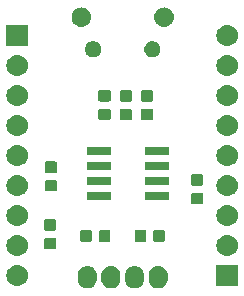
<source format=gbs>
G04 #@! TF.GenerationSoftware,KiCad,Pcbnew,(5.1.2)-1*
G04 #@! TF.CreationDate,2022-09-21T22:05:37+09:00*
G04 #@! TF.ProjectId,converter,636f6e76-6572-4746-9572-2e6b69636164,v2.0*
G04 #@! TF.SameCoordinates,Original*
G04 #@! TF.FileFunction,Soldermask,Bot*
G04 #@! TF.FilePolarity,Negative*
%FSLAX46Y46*%
G04 Gerber Fmt 4.6, Leading zero omitted, Abs format (unit mm)*
G04 Created by KiCad (PCBNEW (5.1.2)-1) date 2022-09-21 22:05:37*
%MOMM*%
%LPD*%
G04 APERTURE LIST*
%ADD10C,0.100000*%
G04 APERTURE END LIST*
D10*
G36*
X105159376Y-149060764D02*
G01*
X105312525Y-149107221D01*
X105312630Y-149107253D01*
X105453863Y-149182744D01*
X105577659Y-149284341D01*
X105679256Y-149408137D01*
X105754747Y-149549370D01*
X105754748Y-149549373D01*
X105801236Y-149702625D01*
X105813000Y-149822068D01*
X105813000Y-150177933D01*
X105801236Y-150297376D01*
X105781332Y-150362991D01*
X105754747Y-150450630D01*
X105679256Y-150591863D01*
X105577659Y-150715659D01*
X105453863Y-150817256D01*
X105312629Y-150892747D01*
X105312626Y-150892748D01*
X105159375Y-150939236D01*
X105000000Y-150954933D01*
X104840624Y-150939236D01*
X104687373Y-150892748D01*
X104687370Y-150892747D01*
X104546137Y-150817256D01*
X104422341Y-150715659D01*
X104320744Y-150591863D01*
X104245253Y-150450629D01*
X104245252Y-150450626D01*
X104198764Y-150297375D01*
X104190921Y-150217746D01*
X104187000Y-150177933D01*
X104187000Y-149822066D01*
X104198764Y-149702626D01*
X104198764Y-149702624D01*
X104245252Y-149549373D01*
X104245253Y-149549370D01*
X104320744Y-149408137D01*
X104422341Y-149284341D01*
X104546137Y-149182744D01*
X104687371Y-149107253D01*
X104687476Y-149107221D01*
X104840625Y-149060764D01*
X105000000Y-149045067D01*
X105159376Y-149060764D01*
X105159376Y-149060764D01*
G37*
G36*
X107159376Y-149060764D02*
G01*
X107312525Y-149107221D01*
X107312630Y-149107253D01*
X107453863Y-149182744D01*
X107577659Y-149284341D01*
X107679256Y-149408137D01*
X107754747Y-149549370D01*
X107754748Y-149549373D01*
X107801236Y-149702625D01*
X107813000Y-149822068D01*
X107813000Y-150177933D01*
X107801236Y-150297376D01*
X107781332Y-150362991D01*
X107754747Y-150450630D01*
X107679256Y-150591863D01*
X107577659Y-150715659D01*
X107453863Y-150817256D01*
X107312629Y-150892747D01*
X107312626Y-150892748D01*
X107159375Y-150939236D01*
X107000000Y-150954933D01*
X106840624Y-150939236D01*
X106687373Y-150892748D01*
X106687370Y-150892747D01*
X106546137Y-150817256D01*
X106422341Y-150715659D01*
X106320744Y-150591863D01*
X106245253Y-150450629D01*
X106245252Y-150450626D01*
X106198764Y-150297375D01*
X106190921Y-150217746D01*
X106187000Y-150177933D01*
X106187000Y-149822066D01*
X106198764Y-149702626D01*
X106198764Y-149702624D01*
X106245252Y-149549373D01*
X106245253Y-149549370D01*
X106320744Y-149408137D01*
X106422341Y-149284341D01*
X106546137Y-149182744D01*
X106687371Y-149107253D01*
X106687476Y-149107221D01*
X106840625Y-149060764D01*
X107000000Y-149045067D01*
X107159376Y-149060764D01*
X107159376Y-149060764D01*
G37*
G36*
X109159376Y-149060764D02*
G01*
X109312525Y-149107221D01*
X109312630Y-149107253D01*
X109453863Y-149182744D01*
X109577659Y-149284341D01*
X109679256Y-149408137D01*
X109754747Y-149549370D01*
X109754748Y-149549373D01*
X109801236Y-149702625D01*
X109813000Y-149822068D01*
X109813000Y-150177933D01*
X109801236Y-150297376D01*
X109781332Y-150362991D01*
X109754747Y-150450630D01*
X109679256Y-150591863D01*
X109577659Y-150715659D01*
X109453863Y-150817256D01*
X109312629Y-150892747D01*
X109312626Y-150892748D01*
X109159375Y-150939236D01*
X109000000Y-150954933D01*
X108840624Y-150939236D01*
X108687373Y-150892748D01*
X108687370Y-150892747D01*
X108546137Y-150817256D01*
X108422341Y-150715659D01*
X108320744Y-150591863D01*
X108245253Y-150450629D01*
X108245252Y-150450626D01*
X108198764Y-150297375D01*
X108190921Y-150217746D01*
X108187000Y-150177933D01*
X108187000Y-149822066D01*
X108198764Y-149702626D01*
X108198764Y-149702624D01*
X108245252Y-149549373D01*
X108245253Y-149549370D01*
X108320744Y-149408137D01*
X108422341Y-149284341D01*
X108546137Y-149182744D01*
X108687371Y-149107253D01*
X108687476Y-149107221D01*
X108840625Y-149060764D01*
X109000000Y-149045067D01*
X109159376Y-149060764D01*
X109159376Y-149060764D01*
G37*
G36*
X111159376Y-149060764D02*
G01*
X111312525Y-149107221D01*
X111312630Y-149107253D01*
X111453863Y-149182744D01*
X111577659Y-149284341D01*
X111679256Y-149408137D01*
X111754747Y-149549370D01*
X111754748Y-149549373D01*
X111801236Y-149702625D01*
X111813000Y-149822068D01*
X111813000Y-150177933D01*
X111801236Y-150297376D01*
X111781332Y-150362991D01*
X111754747Y-150450630D01*
X111679256Y-150591863D01*
X111577659Y-150715659D01*
X111453863Y-150817256D01*
X111312629Y-150892747D01*
X111312626Y-150892748D01*
X111159375Y-150939236D01*
X111000000Y-150954933D01*
X110840624Y-150939236D01*
X110687373Y-150892748D01*
X110687370Y-150892747D01*
X110546137Y-150817256D01*
X110422341Y-150715659D01*
X110320744Y-150591863D01*
X110245253Y-150450629D01*
X110245252Y-150450626D01*
X110198764Y-150297375D01*
X110190921Y-150217746D01*
X110187000Y-150177933D01*
X110187000Y-149822066D01*
X110198764Y-149702626D01*
X110198764Y-149702624D01*
X110245252Y-149549373D01*
X110245253Y-149549370D01*
X110320744Y-149408137D01*
X110422341Y-149284341D01*
X110546137Y-149182744D01*
X110687371Y-149107253D01*
X110687476Y-149107221D01*
X110840625Y-149060764D01*
X111000000Y-149045067D01*
X111159376Y-149060764D01*
X111159376Y-149060764D01*
G37*
G36*
X117741000Y-150761000D02*
G01*
X115939000Y-150761000D01*
X115939000Y-148959000D01*
X117741000Y-148959000D01*
X117741000Y-150761000D01*
X117741000Y-150761000D01*
G37*
G36*
X99170443Y-148965519D02*
G01*
X99236627Y-148972037D01*
X99406466Y-149023557D01*
X99562991Y-149107222D01*
X99598729Y-149136552D01*
X99700186Y-149219814D01*
X99783448Y-149321271D01*
X99812778Y-149357009D01*
X99896443Y-149513534D01*
X99947963Y-149683373D01*
X99965359Y-149860000D01*
X99947963Y-150036627D01*
X99896443Y-150206466D01*
X99812778Y-150362991D01*
X99783448Y-150398729D01*
X99700186Y-150500186D01*
X99598729Y-150583448D01*
X99562991Y-150612778D01*
X99406466Y-150696443D01*
X99236627Y-150747963D01*
X99170443Y-150754481D01*
X99104260Y-150761000D01*
X99015740Y-150761000D01*
X98949557Y-150754481D01*
X98883373Y-150747963D01*
X98713534Y-150696443D01*
X98557009Y-150612778D01*
X98521271Y-150583448D01*
X98419814Y-150500186D01*
X98336552Y-150398729D01*
X98307222Y-150362991D01*
X98223557Y-150206466D01*
X98172037Y-150036627D01*
X98154641Y-149860000D01*
X98172037Y-149683373D01*
X98223557Y-149513534D01*
X98307222Y-149357009D01*
X98336552Y-149321271D01*
X98419814Y-149219814D01*
X98521271Y-149136552D01*
X98557009Y-149107222D01*
X98713534Y-149023557D01*
X98883373Y-148972037D01*
X98949557Y-148965519D01*
X99015740Y-148959000D01*
X99104260Y-148959000D01*
X99170443Y-148965519D01*
X99170443Y-148965519D01*
G37*
G36*
X99170442Y-146425518D02*
G01*
X99236627Y-146432037D01*
X99406466Y-146483557D01*
X99562991Y-146567222D01*
X99598729Y-146596552D01*
X99700186Y-146679814D01*
X99751310Y-146742110D01*
X99812778Y-146817009D01*
X99812779Y-146817011D01*
X99894801Y-146970461D01*
X99896443Y-146973534D01*
X99947963Y-147143373D01*
X99965359Y-147320000D01*
X99947963Y-147496627D01*
X99896443Y-147666466D01*
X99812778Y-147822991D01*
X99783448Y-147858729D01*
X99700186Y-147960186D01*
X99598729Y-148043448D01*
X99562991Y-148072778D01*
X99406466Y-148156443D01*
X99236627Y-148207963D01*
X99170442Y-148214482D01*
X99104260Y-148221000D01*
X99015740Y-148221000D01*
X98949558Y-148214482D01*
X98883373Y-148207963D01*
X98713534Y-148156443D01*
X98557009Y-148072778D01*
X98521271Y-148043448D01*
X98419814Y-147960186D01*
X98336552Y-147858729D01*
X98307222Y-147822991D01*
X98223557Y-147666466D01*
X98172037Y-147496627D01*
X98154641Y-147320000D01*
X98172037Y-147143373D01*
X98223557Y-146973534D01*
X98225200Y-146970461D01*
X98307221Y-146817011D01*
X98307222Y-146817009D01*
X98368690Y-146742110D01*
X98419814Y-146679814D01*
X98521271Y-146596552D01*
X98557009Y-146567222D01*
X98713534Y-146483557D01*
X98883373Y-146432037D01*
X98949558Y-146425518D01*
X99015740Y-146419000D01*
X99104260Y-146419000D01*
X99170442Y-146425518D01*
X99170442Y-146425518D01*
G37*
G36*
X116950442Y-146425518D02*
G01*
X117016627Y-146432037D01*
X117186466Y-146483557D01*
X117342991Y-146567222D01*
X117378729Y-146596552D01*
X117480186Y-146679814D01*
X117531310Y-146742110D01*
X117592778Y-146817009D01*
X117592779Y-146817011D01*
X117674801Y-146970461D01*
X117676443Y-146973534D01*
X117727963Y-147143373D01*
X117745359Y-147320000D01*
X117727963Y-147496627D01*
X117676443Y-147666466D01*
X117592778Y-147822991D01*
X117563448Y-147858729D01*
X117480186Y-147960186D01*
X117378729Y-148043448D01*
X117342991Y-148072778D01*
X117186466Y-148156443D01*
X117016627Y-148207963D01*
X116950442Y-148214482D01*
X116884260Y-148221000D01*
X116795740Y-148221000D01*
X116729558Y-148214482D01*
X116663373Y-148207963D01*
X116493534Y-148156443D01*
X116337009Y-148072778D01*
X116301271Y-148043448D01*
X116199814Y-147960186D01*
X116116552Y-147858729D01*
X116087222Y-147822991D01*
X116003557Y-147666466D01*
X115952037Y-147496627D01*
X115934641Y-147320000D01*
X115952037Y-147143373D01*
X116003557Y-146973534D01*
X116005200Y-146970461D01*
X116087221Y-146817011D01*
X116087222Y-146817009D01*
X116148690Y-146742110D01*
X116199814Y-146679814D01*
X116301271Y-146596552D01*
X116337009Y-146567222D01*
X116493534Y-146483557D01*
X116663373Y-146432037D01*
X116729558Y-146425518D01*
X116795740Y-146419000D01*
X116884260Y-146419000D01*
X116950442Y-146425518D01*
X116950442Y-146425518D01*
G37*
G36*
X102239591Y-146665085D02*
G01*
X102273569Y-146675393D01*
X102304890Y-146692134D01*
X102332339Y-146714661D01*
X102354866Y-146742110D01*
X102371607Y-146773431D01*
X102381915Y-146807409D01*
X102386000Y-146848890D01*
X102386000Y-147450110D01*
X102381915Y-147491591D01*
X102371607Y-147525569D01*
X102354866Y-147556890D01*
X102332339Y-147584339D01*
X102304890Y-147606866D01*
X102273569Y-147623607D01*
X102239591Y-147633915D01*
X102198110Y-147638000D01*
X101521890Y-147638000D01*
X101480409Y-147633915D01*
X101446431Y-147623607D01*
X101415110Y-147606866D01*
X101387661Y-147584339D01*
X101365134Y-147556890D01*
X101348393Y-147525569D01*
X101338085Y-147491591D01*
X101334000Y-147450110D01*
X101334000Y-146848890D01*
X101338085Y-146807409D01*
X101348393Y-146773431D01*
X101365134Y-146742110D01*
X101387661Y-146714661D01*
X101415110Y-146692134D01*
X101446431Y-146675393D01*
X101480409Y-146665085D01*
X101521890Y-146661000D01*
X102198110Y-146661000D01*
X102239591Y-146665085D01*
X102239591Y-146665085D01*
G37*
G36*
X105242591Y-145994085D02*
G01*
X105276569Y-146004393D01*
X105307890Y-146021134D01*
X105335339Y-146043661D01*
X105357866Y-146071110D01*
X105374607Y-146102431D01*
X105384915Y-146136409D01*
X105389000Y-146177890D01*
X105389000Y-146854110D01*
X105384915Y-146895591D01*
X105374607Y-146929569D01*
X105357866Y-146960890D01*
X105335339Y-146988339D01*
X105307890Y-147010866D01*
X105276569Y-147027607D01*
X105242591Y-147037915D01*
X105201110Y-147042000D01*
X104599890Y-147042000D01*
X104558409Y-147037915D01*
X104524431Y-147027607D01*
X104493110Y-147010866D01*
X104465661Y-146988339D01*
X104443134Y-146960890D01*
X104426393Y-146929569D01*
X104416085Y-146895591D01*
X104412000Y-146854110D01*
X104412000Y-146177890D01*
X104416085Y-146136409D01*
X104426393Y-146102431D01*
X104443134Y-146071110D01*
X104465661Y-146043661D01*
X104493110Y-146021134D01*
X104524431Y-146004393D01*
X104558409Y-145994085D01*
X104599890Y-145990000D01*
X105201110Y-145990000D01*
X105242591Y-145994085D01*
X105242591Y-145994085D01*
G37*
G36*
X106817591Y-145994085D02*
G01*
X106851569Y-146004393D01*
X106882890Y-146021134D01*
X106910339Y-146043661D01*
X106932866Y-146071110D01*
X106949607Y-146102431D01*
X106959915Y-146136409D01*
X106964000Y-146177890D01*
X106964000Y-146854110D01*
X106959915Y-146895591D01*
X106949607Y-146929569D01*
X106932866Y-146960890D01*
X106910339Y-146988339D01*
X106882890Y-147010866D01*
X106851569Y-147027607D01*
X106817591Y-147037915D01*
X106776110Y-147042000D01*
X106174890Y-147042000D01*
X106133409Y-147037915D01*
X106099431Y-147027607D01*
X106068110Y-147010866D01*
X106040661Y-146988339D01*
X106018134Y-146960890D01*
X106001393Y-146929569D01*
X105991085Y-146895591D01*
X105987000Y-146854110D01*
X105987000Y-146177890D01*
X105991085Y-146136409D01*
X106001393Y-146102431D01*
X106018134Y-146071110D01*
X106040661Y-146043661D01*
X106068110Y-146021134D01*
X106099431Y-146004393D01*
X106133409Y-145994085D01*
X106174890Y-145990000D01*
X106776110Y-145990000D01*
X106817591Y-145994085D01*
X106817591Y-145994085D01*
G37*
G36*
X109842591Y-145994085D02*
G01*
X109876569Y-146004393D01*
X109907890Y-146021134D01*
X109935339Y-146043661D01*
X109957866Y-146071110D01*
X109974607Y-146102431D01*
X109984915Y-146136409D01*
X109989000Y-146177890D01*
X109989000Y-146854110D01*
X109984915Y-146895591D01*
X109974607Y-146929569D01*
X109957866Y-146960890D01*
X109935339Y-146988339D01*
X109907890Y-147010866D01*
X109876569Y-147027607D01*
X109842591Y-147037915D01*
X109801110Y-147042000D01*
X109199890Y-147042000D01*
X109158409Y-147037915D01*
X109124431Y-147027607D01*
X109093110Y-147010866D01*
X109065661Y-146988339D01*
X109043134Y-146960890D01*
X109026393Y-146929569D01*
X109016085Y-146895591D01*
X109012000Y-146854110D01*
X109012000Y-146177890D01*
X109016085Y-146136409D01*
X109026393Y-146102431D01*
X109043134Y-146071110D01*
X109065661Y-146043661D01*
X109093110Y-146021134D01*
X109124431Y-146004393D01*
X109158409Y-145994085D01*
X109199890Y-145990000D01*
X109801110Y-145990000D01*
X109842591Y-145994085D01*
X109842591Y-145994085D01*
G37*
G36*
X111417591Y-145994085D02*
G01*
X111451569Y-146004393D01*
X111482890Y-146021134D01*
X111510339Y-146043661D01*
X111532866Y-146071110D01*
X111549607Y-146102431D01*
X111559915Y-146136409D01*
X111564000Y-146177890D01*
X111564000Y-146854110D01*
X111559915Y-146895591D01*
X111549607Y-146929569D01*
X111532866Y-146960890D01*
X111510339Y-146988339D01*
X111482890Y-147010866D01*
X111451569Y-147027607D01*
X111417591Y-147037915D01*
X111376110Y-147042000D01*
X110774890Y-147042000D01*
X110733409Y-147037915D01*
X110699431Y-147027607D01*
X110668110Y-147010866D01*
X110640661Y-146988339D01*
X110618134Y-146960890D01*
X110601393Y-146929569D01*
X110591085Y-146895591D01*
X110587000Y-146854110D01*
X110587000Y-146177890D01*
X110591085Y-146136409D01*
X110601393Y-146102431D01*
X110618134Y-146071110D01*
X110640661Y-146043661D01*
X110668110Y-146021134D01*
X110699431Y-146004393D01*
X110733409Y-145994085D01*
X110774890Y-145990000D01*
X111376110Y-145990000D01*
X111417591Y-145994085D01*
X111417591Y-145994085D01*
G37*
G36*
X102239591Y-145090085D02*
G01*
X102273569Y-145100393D01*
X102304890Y-145117134D01*
X102332339Y-145139661D01*
X102354866Y-145167110D01*
X102371607Y-145198431D01*
X102381915Y-145232409D01*
X102386000Y-145273890D01*
X102386000Y-145875110D01*
X102381915Y-145916591D01*
X102371607Y-145950569D01*
X102354866Y-145981890D01*
X102332339Y-146009339D01*
X102304890Y-146031866D01*
X102273569Y-146048607D01*
X102239591Y-146058915D01*
X102198110Y-146063000D01*
X101521890Y-146063000D01*
X101480409Y-146058915D01*
X101446431Y-146048607D01*
X101415110Y-146031866D01*
X101387661Y-146009339D01*
X101365134Y-145981890D01*
X101348393Y-145950569D01*
X101338085Y-145916591D01*
X101334000Y-145875110D01*
X101334000Y-145273890D01*
X101338085Y-145232409D01*
X101348393Y-145198431D01*
X101365134Y-145167110D01*
X101387661Y-145139661D01*
X101415110Y-145117134D01*
X101446431Y-145100393D01*
X101480409Y-145090085D01*
X101521890Y-145086000D01*
X102198110Y-145086000D01*
X102239591Y-145090085D01*
X102239591Y-145090085D01*
G37*
G36*
X116950443Y-143885519D02*
G01*
X117016627Y-143892037D01*
X117186466Y-143943557D01*
X117342991Y-144027222D01*
X117378729Y-144056552D01*
X117480186Y-144139814D01*
X117563448Y-144241271D01*
X117592778Y-144277009D01*
X117676443Y-144433534D01*
X117727963Y-144603373D01*
X117745359Y-144780000D01*
X117727963Y-144956627D01*
X117676443Y-145126466D01*
X117592778Y-145282991D01*
X117563448Y-145318729D01*
X117480186Y-145420186D01*
X117378729Y-145503448D01*
X117342991Y-145532778D01*
X117186466Y-145616443D01*
X117016627Y-145667963D01*
X116950443Y-145674481D01*
X116884260Y-145681000D01*
X116795740Y-145681000D01*
X116729557Y-145674481D01*
X116663373Y-145667963D01*
X116493534Y-145616443D01*
X116337009Y-145532778D01*
X116301271Y-145503448D01*
X116199814Y-145420186D01*
X116116552Y-145318729D01*
X116087222Y-145282991D01*
X116003557Y-145126466D01*
X115952037Y-144956627D01*
X115934641Y-144780000D01*
X115952037Y-144603373D01*
X116003557Y-144433534D01*
X116087222Y-144277009D01*
X116116552Y-144241271D01*
X116199814Y-144139814D01*
X116301271Y-144056552D01*
X116337009Y-144027222D01*
X116493534Y-143943557D01*
X116663373Y-143892037D01*
X116729557Y-143885519D01*
X116795740Y-143879000D01*
X116884260Y-143879000D01*
X116950443Y-143885519D01*
X116950443Y-143885519D01*
G37*
G36*
X99170443Y-143885519D02*
G01*
X99236627Y-143892037D01*
X99406466Y-143943557D01*
X99562991Y-144027222D01*
X99598729Y-144056552D01*
X99700186Y-144139814D01*
X99783448Y-144241271D01*
X99812778Y-144277009D01*
X99896443Y-144433534D01*
X99947963Y-144603373D01*
X99965359Y-144780000D01*
X99947963Y-144956627D01*
X99896443Y-145126466D01*
X99812778Y-145282991D01*
X99783448Y-145318729D01*
X99700186Y-145420186D01*
X99598729Y-145503448D01*
X99562991Y-145532778D01*
X99406466Y-145616443D01*
X99236627Y-145667963D01*
X99170443Y-145674481D01*
X99104260Y-145681000D01*
X99015740Y-145681000D01*
X98949557Y-145674481D01*
X98883373Y-145667963D01*
X98713534Y-145616443D01*
X98557009Y-145532778D01*
X98521271Y-145503448D01*
X98419814Y-145420186D01*
X98336552Y-145318729D01*
X98307222Y-145282991D01*
X98223557Y-145126466D01*
X98172037Y-144956627D01*
X98154641Y-144780000D01*
X98172037Y-144603373D01*
X98223557Y-144433534D01*
X98307222Y-144277009D01*
X98336552Y-144241271D01*
X98419814Y-144139814D01*
X98521271Y-144056552D01*
X98557009Y-144027222D01*
X98713534Y-143943557D01*
X98883373Y-143892037D01*
X98949557Y-143885519D01*
X99015740Y-143879000D01*
X99104260Y-143879000D01*
X99170443Y-143885519D01*
X99170443Y-143885519D01*
G37*
G36*
X114679591Y-142873085D02*
G01*
X114713569Y-142883393D01*
X114744890Y-142900134D01*
X114772339Y-142922661D01*
X114794866Y-142950110D01*
X114811607Y-142981431D01*
X114821915Y-143015409D01*
X114826000Y-143056890D01*
X114826000Y-143658110D01*
X114821915Y-143699591D01*
X114811607Y-143733569D01*
X114794866Y-143764890D01*
X114772339Y-143792339D01*
X114744890Y-143814866D01*
X114713569Y-143831607D01*
X114679591Y-143841915D01*
X114638110Y-143846000D01*
X113961890Y-143846000D01*
X113920409Y-143841915D01*
X113886431Y-143831607D01*
X113855110Y-143814866D01*
X113827661Y-143792339D01*
X113805134Y-143764890D01*
X113788393Y-143733569D01*
X113778085Y-143699591D01*
X113774000Y-143658110D01*
X113774000Y-143056890D01*
X113778085Y-143015409D01*
X113788393Y-142981431D01*
X113805134Y-142950110D01*
X113827661Y-142922661D01*
X113855110Y-142900134D01*
X113886431Y-142883393D01*
X113920409Y-142873085D01*
X113961890Y-142869000D01*
X114638110Y-142869000D01*
X114679591Y-142873085D01*
X114679591Y-142873085D01*
G37*
G36*
X106917928Y-142780764D02*
G01*
X106939009Y-142787160D01*
X106958445Y-142797548D01*
X106975476Y-142811524D01*
X106989452Y-142828555D01*
X106999840Y-142847991D01*
X107006236Y-142869072D01*
X107009000Y-142897140D01*
X107009000Y-143360860D01*
X107006236Y-143388928D01*
X106999840Y-143410009D01*
X106989452Y-143429445D01*
X106975476Y-143446476D01*
X106958445Y-143460452D01*
X106939009Y-143470840D01*
X106917928Y-143477236D01*
X106889860Y-143480000D01*
X105076140Y-143480000D01*
X105048072Y-143477236D01*
X105026991Y-143470840D01*
X105007555Y-143460452D01*
X104990524Y-143446476D01*
X104976548Y-143429445D01*
X104966160Y-143410009D01*
X104959764Y-143388928D01*
X104957000Y-143360860D01*
X104957000Y-142897140D01*
X104959764Y-142869072D01*
X104966160Y-142847991D01*
X104976548Y-142828555D01*
X104990524Y-142811524D01*
X105007555Y-142797548D01*
X105026991Y-142787160D01*
X105048072Y-142780764D01*
X105076140Y-142778000D01*
X106889860Y-142778000D01*
X106917928Y-142780764D01*
X106917928Y-142780764D01*
G37*
G36*
X111867928Y-142780764D02*
G01*
X111889009Y-142787160D01*
X111908445Y-142797548D01*
X111925476Y-142811524D01*
X111939452Y-142828555D01*
X111949840Y-142847991D01*
X111956236Y-142869072D01*
X111959000Y-142897140D01*
X111959000Y-143360860D01*
X111956236Y-143388928D01*
X111949840Y-143410009D01*
X111939452Y-143429445D01*
X111925476Y-143446476D01*
X111908445Y-143460452D01*
X111889009Y-143470840D01*
X111867928Y-143477236D01*
X111839860Y-143480000D01*
X110026140Y-143480000D01*
X109998072Y-143477236D01*
X109976991Y-143470840D01*
X109957555Y-143460452D01*
X109940524Y-143446476D01*
X109926548Y-143429445D01*
X109916160Y-143410009D01*
X109909764Y-143388928D01*
X109907000Y-143360860D01*
X109907000Y-142897140D01*
X109909764Y-142869072D01*
X109916160Y-142847991D01*
X109926548Y-142828555D01*
X109940524Y-142811524D01*
X109957555Y-142797548D01*
X109976991Y-142787160D01*
X109998072Y-142780764D01*
X110026140Y-142778000D01*
X111839860Y-142778000D01*
X111867928Y-142780764D01*
X111867928Y-142780764D01*
G37*
G36*
X99170442Y-141345518D02*
G01*
X99236627Y-141352037D01*
X99406466Y-141403557D01*
X99562991Y-141487222D01*
X99588309Y-141508000D01*
X99700186Y-141599814D01*
X99768864Y-141683500D01*
X99812778Y-141737009D01*
X99850795Y-141808134D01*
X99892177Y-141885552D01*
X99896443Y-141893534D01*
X99947963Y-142063373D01*
X99965359Y-142240000D01*
X99947963Y-142416627D01*
X99896443Y-142586466D01*
X99812778Y-142742991D01*
X99803743Y-142754000D01*
X99700186Y-142880186D01*
X99614982Y-142950110D01*
X99562991Y-142992778D01*
X99406466Y-143076443D01*
X99236627Y-143127963D01*
X99170443Y-143134481D01*
X99104260Y-143141000D01*
X99015740Y-143141000D01*
X98949557Y-143134481D01*
X98883373Y-143127963D01*
X98713534Y-143076443D01*
X98557009Y-142992778D01*
X98505018Y-142950110D01*
X98419814Y-142880186D01*
X98316257Y-142754000D01*
X98307222Y-142742991D01*
X98223557Y-142586466D01*
X98172037Y-142416627D01*
X98154641Y-142240000D01*
X98172037Y-142063373D01*
X98223557Y-141893534D01*
X98227824Y-141885552D01*
X98269205Y-141808134D01*
X98307222Y-141737009D01*
X98351136Y-141683500D01*
X98419814Y-141599814D01*
X98531691Y-141508000D01*
X98557009Y-141487222D01*
X98713534Y-141403557D01*
X98883373Y-141352037D01*
X98949558Y-141345518D01*
X99015740Y-141339000D01*
X99104260Y-141339000D01*
X99170442Y-141345518D01*
X99170442Y-141345518D01*
G37*
G36*
X116950442Y-141345518D02*
G01*
X117016627Y-141352037D01*
X117186466Y-141403557D01*
X117342991Y-141487222D01*
X117368309Y-141508000D01*
X117480186Y-141599814D01*
X117548864Y-141683500D01*
X117592778Y-141737009D01*
X117630795Y-141808134D01*
X117672177Y-141885552D01*
X117676443Y-141893534D01*
X117727963Y-142063373D01*
X117745359Y-142240000D01*
X117727963Y-142416627D01*
X117676443Y-142586466D01*
X117592778Y-142742991D01*
X117583743Y-142754000D01*
X117480186Y-142880186D01*
X117394982Y-142950110D01*
X117342991Y-142992778D01*
X117186466Y-143076443D01*
X117016627Y-143127963D01*
X116950443Y-143134481D01*
X116884260Y-143141000D01*
X116795740Y-143141000D01*
X116729557Y-143134481D01*
X116663373Y-143127963D01*
X116493534Y-143076443D01*
X116337009Y-142992778D01*
X116285018Y-142950110D01*
X116199814Y-142880186D01*
X116096257Y-142754000D01*
X116087222Y-142742991D01*
X116003557Y-142586466D01*
X115952037Y-142416627D01*
X115934641Y-142240000D01*
X115952037Y-142063373D01*
X116003557Y-141893534D01*
X116007824Y-141885552D01*
X116049205Y-141808134D01*
X116087222Y-141737009D01*
X116131136Y-141683500D01*
X116199814Y-141599814D01*
X116311691Y-141508000D01*
X116337009Y-141487222D01*
X116493534Y-141403557D01*
X116663373Y-141352037D01*
X116729558Y-141345518D01*
X116795740Y-141339000D01*
X116884260Y-141339000D01*
X116950442Y-141345518D01*
X116950442Y-141345518D01*
G37*
G36*
X102303591Y-141781085D02*
G01*
X102337569Y-141791393D01*
X102368890Y-141808134D01*
X102396339Y-141830661D01*
X102418866Y-141858110D01*
X102435607Y-141889431D01*
X102445915Y-141923409D01*
X102450000Y-141964890D01*
X102450000Y-142566110D01*
X102445915Y-142607591D01*
X102435607Y-142641569D01*
X102418866Y-142672890D01*
X102396339Y-142700339D01*
X102368890Y-142722866D01*
X102337569Y-142739607D01*
X102303591Y-142749915D01*
X102262110Y-142754000D01*
X101585890Y-142754000D01*
X101544409Y-142749915D01*
X101510431Y-142739607D01*
X101479110Y-142722866D01*
X101451661Y-142700339D01*
X101429134Y-142672890D01*
X101412393Y-142641569D01*
X101402085Y-142607591D01*
X101398000Y-142566110D01*
X101398000Y-141964890D01*
X101402085Y-141923409D01*
X101412393Y-141889431D01*
X101429134Y-141858110D01*
X101451661Y-141830661D01*
X101479110Y-141808134D01*
X101510431Y-141791393D01*
X101544409Y-141781085D01*
X101585890Y-141777000D01*
X102262110Y-141777000D01*
X102303591Y-141781085D01*
X102303591Y-141781085D01*
G37*
G36*
X114679591Y-141298085D02*
G01*
X114713569Y-141308393D01*
X114744890Y-141325134D01*
X114772339Y-141347661D01*
X114794866Y-141375110D01*
X114811607Y-141406431D01*
X114821915Y-141440409D01*
X114826000Y-141481890D01*
X114826000Y-142083110D01*
X114821915Y-142124591D01*
X114811607Y-142158569D01*
X114794866Y-142189890D01*
X114772339Y-142217339D01*
X114744890Y-142239866D01*
X114713569Y-142256607D01*
X114679591Y-142266915D01*
X114638110Y-142271000D01*
X113961890Y-142271000D01*
X113920409Y-142266915D01*
X113886431Y-142256607D01*
X113855110Y-142239866D01*
X113827661Y-142217339D01*
X113805134Y-142189890D01*
X113788393Y-142158569D01*
X113778085Y-142124591D01*
X113774000Y-142083110D01*
X113774000Y-141481890D01*
X113778085Y-141440409D01*
X113788393Y-141406431D01*
X113805134Y-141375110D01*
X113827661Y-141347661D01*
X113855110Y-141325134D01*
X113886431Y-141308393D01*
X113920409Y-141298085D01*
X113961890Y-141294000D01*
X114638110Y-141294000D01*
X114679591Y-141298085D01*
X114679591Y-141298085D01*
G37*
G36*
X111867928Y-141510764D02*
G01*
X111889009Y-141517160D01*
X111908445Y-141527548D01*
X111925476Y-141541524D01*
X111939452Y-141558555D01*
X111949840Y-141577991D01*
X111956236Y-141599072D01*
X111959000Y-141627140D01*
X111959000Y-142090860D01*
X111956236Y-142118928D01*
X111949840Y-142140009D01*
X111939452Y-142159445D01*
X111925476Y-142176476D01*
X111908445Y-142190452D01*
X111889009Y-142200840D01*
X111867928Y-142207236D01*
X111839860Y-142210000D01*
X110026140Y-142210000D01*
X109998072Y-142207236D01*
X109976991Y-142200840D01*
X109957555Y-142190452D01*
X109940524Y-142176476D01*
X109926548Y-142159445D01*
X109916160Y-142140009D01*
X109909764Y-142118928D01*
X109907000Y-142090860D01*
X109907000Y-141627140D01*
X109909764Y-141599072D01*
X109916160Y-141577991D01*
X109926548Y-141558555D01*
X109940524Y-141541524D01*
X109957555Y-141527548D01*
X109976991Y-141517160D01*
X109998072Y-141510764D01*
X110026140Y-141508000D01*
X111839860Y-141508000D01*
X111867928Y-141510764D01*
X111867928Y-141510764D01*
G37*
G36*
X106917928Y-141510764D02*
G01*
X106939009Y-141517160D01*
X106958445Y-141527548D01*
X106975476Y-141541524D01*
X106989452Y-141558555D01*
X106999840Y-141577991D01*
X107006236Y-141599072D01*
X107009000Y-141627140D01*
X107009000Y-142090860D01*
X107006236Y-142118928D01*
X106999840Y-142140009D01*
X106989452Y-142159445D01*
X106975476Y-142176476D01*
X106958445Y-142190452D01*
X106939009Y-142200840D01*
X106917928Y-142207236D01*
X106889860Y-142210000D01*
X105076140Y-142210000D01*
X105048072Y-142207236D01*
X105026991Y-142200840D01*
X105007555Y-142190452D01*
X104990524Y-142176476D01*
X104976548Y-142159445D01*
X104966160Y-142140009D01*
X104959764Y-142118928D01*
X104957000Y-142090860D01*
X104957000Y-141627140D01*
X104959764Y-141599072D01*
X104966160Y-141577991D01*
X104976548Y-141558555D01*
X104990524Y-141541524D01*
X105007555Y-141527548D01*
X105026991Y-141517160D01*
X105048072Y-141510764D01*
X105076140Y-141508000D01*
X106889860Y-141508000D01*
X106917928Y-141510764D01*
X106917928Y-141510764D01*
G37*
G36*
X102303591Y-140206085D02*
G01*
X102337569Y-140216393D01*
X102368890Y-140233134D01*
X102396339Y-140255661D01*
X102418866Y-140283110D01*
X102435607Y-140314431D01*
X102445915Y-140348409D01*
X102450000Y-140389890D01*
X102450000Y-140991110D01*
X102445915Y-141032591D01*
X102435607Y-141066569D01*
X102418866Y-141097890D01*
X102396339Y-141125339D01*
X102368890Y-141147866D01*
X102337569Y-141164607D01*
X102303591Y-141174915D01*
X102262110Y-141179000D01*
X101585890Y-141179000D01*
X101544409Y-141174915D01*
X101510431Y-141164607D01*
X101479110Y-141147866D01*
X101451661Y-141125339D01*
X101429134Y-141097890D01*
X101412393Y-141066569D01*
X101402085Y-141032591D01*
X101398000Y-140991110D01*
X101398000Y-140389890D01*
X101402085Y-140348409D01*
X101412393Y-140314431D01*
X101429134Y-140283110D01*
X101451661Y-140255661D01*
X101479110Y-140233134D01*
X101510431Y-140216393D01*
X101544409Y-140206085D01*
X101585890Y-140202000D01*
X102262110Y-140202000D01*
X102303591Y-140206085D01*
X102303591Y-140206085D01*
G37*
G36*
X111867928Y-140240764D02*
G01*
X111889009Y-140247160D01*
X111908445Y-140257548D01*
X111925476Y-140271524D01*
X111939452Y-140288555D01*
X111949840Y-140307991D01*
X111956236Y-140329072D01*
X111959000Y-140357140D01*
X111959000Y-140820860D01*
X111956236Y-140848928D01*
X111949840Y-140870009D01*
X111939452Y-140889445D01*
X111925476Y-140906476D01*
X111908445Y-140920452D01*
X111889009Y-140930840D01*
X111867928Y-140937236D01*
X111839860Y-140940000D01*
X110026140Y-140940000D01*
X109998072Y-140937236D01*
X109976991Y-140930840D01*
X109957555Y-140920452D01*
X109940524Y-140906476D01*
X109926548Y-140889445D01*
X109916160Y-140870009D01*
X109909764Y-140848928D01*
X109907000Y-140820860D01*
X109907000Y-140357140D01*
X109909764Y-140329072D01*
X109916160Y-140307991D01*
X109926548Y-140288555D01*
X109940524Y-140271524D01*
X109957555Y-140257548D01*
X109976991Y-140247160D01*
X109998072Y-140240764D01*
X110026140Y-140238000D01*
X111839860Y-140238000D01*
X111867928Y-140240764D01*
X111867928Y-140240764D01*
G37*
G36*
X106917928Y-140240764D02*
G01*
X106939009Y-140247160D01*
X106958445Y-140257548D01*
X106975476Y-140271524D01*
X106989452Y-140288555D01*
X106999840Y-140307991D01*
X107006236Y-140329072D01*
X107009000Y-140357140D01*
X107009000Y-140820860D01*
X107006236Y-140848928D01*
X106999840Y-140870009D01*
X106989452Y-140889445D01*
X106975476Y-140906476D01*
X106958445Y-140920452D01*
X106939009Y-140930840D01*
X106917928Y-140937236D01*
X106889860Y-140940000D01*
X105076140Y-140940000D01*
X105048072Y-140937236D01*
X105026991Y-140930840D01*
X105007555Y-140920452D01*
X104990524Y-140906476D01*
X104976548Y-140889445D01*
X104966160Y-140870009D01*
X104959764Y-140848928D01*
X104957000Y-140820860D01*
X104957000Y-140357140D01*
X104959764Y-140329072D01*
X104966160Y-140307991D01*
X104976548Y-140288555D01*
X104990524Y-140271524D01*
X105007555Y-140257548D01*
X105026991Y-140247160D01*
X105048072Y-140240764D01*
X105076140Y-140238000D01*
X106889860Y-140238000D01*
X106917928Y-140240764D01*
X106917928Y-140240764D01*
G37*
G36*
X99170442Y-138805518D02*
G01*
X99236627Y-138812037D01*
X99406466Y-138863557D01*
X99562991Y-138947222D01*
X99588309Y-138968000D01*
X99700186Y-139059814D01*
X99768864Y-139143500D01*
X99812778Y-139197009D01*
X99896443Y-139353534D01*
X99947963Y-139523373D01*
X99965359Y-139700000D01*
X99947963Y-139876627D01*
X99896443Y-140046466D01*
X99812778Y-140202991D01*
X99801779Y-140216393D01*
X99700186Y-140340186D01*
X99629008Y-140398599D01*
X99562991Y-140452778D01*
X99406466Y-140536443D01*
X99236627Y-140587963D01*
X99170442Y-140594482D01*
X99104260Y-140601000D01*
X99015740Y-140601000D01*
X98949558Y-140594482D01*
X98883373Y-140587963D01*
X98713534Y-140536443D01*
X98557009Y-140452778D01*
X98490992Y-140398599D01*
X98419814Y-140340186D01*
X98318221Y-140216393D01*
X98307222Y-140202991D01*
X98223557Y-140046466D01*
X98172037Y-139876627D01*
X98154641Y-139700000D01*
X98172037Y-139523373D01*
X98223557Y-139353534D01*
X98307222Y-139197009D01*
X98351136Y-139143500D01*
X98419814Y-139059814D01*
X98531691Y-138968000D01*
X98557009Y-138947222D01*
X98713534Y-138863557D01*
X98883373Y-138812037D01*
X98949558Y-138805518D01*
X99015740Y-138799000D01*
X99104260Y-138799000D01*
X99170442Y-138805518D01*
X99170442Y-138805518D01*
G37*
G36*
X116950442Y-138805518D02*
G01*
X117016627Y-138812037D01*
X117186466Y-138863557D01*
X117342991Y-138947222D01*
X117368309Y-138968000D01*
X117480186Y-139059814D01*
X117548864Y-139143500D01*
X117592778Y-139197009D01*
X117676443Y-139353534D01*
X117727963Y-139523373D01*
X117745359Y-139700000D01*
X117727963Y-139876627D01*
X117676443Y-140046466D01*
X117592778Y-140202991D01*
X117581779Y-140216393D01*
X117480186Y-140340186D01*
X117409008Y-140398599D01*
X117342991Y-140452778D01*
X117186466Y-140536443D01*
X117016627Y-140587963D01*
X116950442Y-140594482D01*
X116884260Y-140601000D01*
X116795740Y-140601000D01*
X116729558Y-140594482D01*
X116663373Y-140587963D01*
X116493534Y-140536443D01*
X116337009Y-140452778D01*
X116270992Y-140398599D01*
X116199814Y-140340186D01*
X116098221Y-140216393D01*
X116087222Y-140202991D01*
X116003557Y-140046466D01*
X115952037Y-139876627D01*
X115934641Y-139700000D01*
X115952037Y-139523373D01*
X116003557Y-139353534D01*
X116087222Y-139197009D01*
X116131136Y-139143500D01*
X116199814Y-139059814D01*
X116311691Y-138968000D01*
X116337009Y-138947222D01*
X116493534Y-138863557D01*
X116663373Y-138812037D01*
X116729558Y-138805518D01*
X116795740Y-138799000D01*
X116884260Y-138799000D01*
X116950442Y-138805518D01*
X116950442Y-138805518D01*
G37*
G36*
X111867928Y-138970764D02*
G01*
X111889009Y-138977160D01*
X111908445Y-138987548D01*
X111925476Y-139001524D01*
X111939452Y-139018555D01*
X111949840Y-139037991D01*
X111956236Y-139059072D01*
X111959000Y-139087140D01*
X111959000Y-139550860D01*
X111956236Y-139578928D01*
X111949840Y-139600009D01*
X111939452Y-139619445D01*
X111925476Y-139636476D01*
X111908445Y-139650452D01*
X111889009Y-139660840D01*
X111867928Y-139667236D01*
X111839860Y-139670000D01*
X110026140Y-139670000D01*
X109998072Y-139667236D01*
X109976991Y-139660840D01*
X109957555Y-139650452D01*
X109940524Y-139636476D01*
X109926548Y-139619445D01*
X109916160Y-139600009D01*
X109909764Y-139578928D01*
X109907000Y-139550860D01*
X109907000Y-139087140D01*
X109909764Y-139059072D01*
X109916160Y-139037991D01*
X109926548Y-139018555D01*
X109940524Y-139001524D01*
X109957555Y-138987548D01*
X109976991Y-138977160D01*
X109998072Y-138970764D01*
X110026140Y-138968000D01*
X111839860Y-138968000D01*
X111867928Y-138970764D01*
X111867928Y-138970764D01*
G37*
G36*
X106917928Y-138970764D02*
G01*
X106939009Y-138977160D01*
X106958445Y-138987548D01*
X106975476Y-139001524D01*
X106989452Y-139018555D01*
X106999840Y-139037991D01*
X107006236Y-139059072D01*
X107009000Y-139087140D01*
X107009000Y-139550860D01*
X107006236Y-139578928D01*
X106999840Y-139600009D01*
X106989452Y-139619445D01*
X106975476Y-139636476D01*
X106958445Y-139650452D01*
X106939009Y-139660840D01*
X106917928Y-139667236D01*
X106889860Y-139670000D01*
X105076140Y-139670000D01*
X105048072Y-139667236D01*
X105026991Y-139660840D01*
X105007555Y-139650452D01*
X104990524Y-139636476D01*
X104976548Y-139619445D01*
X104966160Y-139600009D01*
X104959764Y-139578928D01*
X104957000Y-139550860D01*
X104957000Y-139087140D01*
X104959764Y-139059072D01*
X104966160Y-139037991D01*
X104976548Y-139018555D01*
X104990524Y-139001524D01*
X105007555Y-138987548D01*
X105026991Y-138977160D01*
X105048072Y-138970764D01*
X105076140Y-138968000D01*
X106889860Y-138968000D01*
X106917928Y-138970764D01*
X106917928Y-138970764D01*
G37*
G36*
X116950443Y-136265519D02*
G01*
X117016627Y-136272037D01*
X117186466Y-136323557D01*
X117342991Y-136407222D01*
X117378729Y-136436552D01*
X117480186Y-136519814D01*
X117560410Y-136617569D01*
X117592778Y-136657009D01*
X117676443Y-136813534D01*
X117727963Y-136983373D01*
X117745359Y-137160000D01*
X117727963Y-137336627D01*
X117676443Y-137506466D01*
X117592778Y-137662991D01*
X117563448Y-137698729D01*
X117480186Y-137800186D01*
X117378729Y-137883448D01*
X117342991Y-137912778D01*
X117186466Y-137996443D01*
X117016627Y-138047963D01*
X116950442Y-138054482D01*
X116884260Y-138061000D01*
X116795740Y-138061000D01*
X116729558Y-138054482D01*
X116663373Y-138047963D01*
X116493534Y-137996443D01*
X116337009Y-137912778D01*
X116301271Y-137883448D01*
X116199814Y-137800186D01*
X116116552Y-137698729D01*
X116087222Y-137662991D01*
X116003557Y-137506466D01*
X115952037Y-137336627D01*
X115934641Y-137160000D01*
X115952037Y-136983373D01*
X116003557Y-136813534D01*
X116087222Y-136657009D01*
X116119590Y-136617569D01*
X116199814Y-136519814D01*
X116301271Y-136436552D01*
X116337009Y-136407222D01*
X116493534Y-136323557D01*
X116663373Y-136272037D01*
X116729557Y-136265519D01*
X116795740Y-136259000D01*
X116884260Y-136259000D01*
X116950443Y-136265519D01*
X116950443Y-136265519D01*
G37*
G36*
X99170443Y-136265519D02*
G01*
X99236627Y-136272037D01*
X99406466Y-136323557D01*
X99562991Y-136407222D01*
X99598729Y-136436552D01*
X99700186Y-136519814D01*
X99780410Y-136617569D01*
X99812778Y-136657009D01*
X99896443Y-136813534D01*
X99947963Y-136983373D01*
X99965359Y-137160000D01*
X99947963Y-137336627D01*
X99896443Y-137506466D01*
X99812778Y-137662991D01*
X99783448Y-137698729D01*
X99700186Y-137800186D01*
X99598729Y-137883448D01*
X99562991Y-137912778D01*
X99406466Y-137996443D01*
X99236627Y-138047963D01*
X99170442Y-138054482D01*
X99104260Y-138061000D01*
X99015740Y-138061000D01*
X98949558Y-138054482D01*
X98883373Y-138047963D01*
X98713534Y-137996443D01*
X98557009Y-137912778D01*
X98521271Y-137883448D01*
X98419814Y-137800186D01*
X98336552Y-137698729D01*
X98307222Y-137662991D01*
X98223557Y-137506466D01*
X98172037Y-137336627D01*
X98154641Y-137160000D01*
X98172037Y-136983373D01*
X98223557Y-136813534D01*
X98307222Y-136657009D01*
X98339590Y-136617569D01*
X98419814Y-136519814D01*
X98521271Y-136436552D01*
X98557009Y-136407222D01*
X98713534Y-136323557D01*
X98883373Y-136272037D01*
X98949557Y-136265519D01*
X99015740Y-136259000D01*
X99104260Y-136259000D01*
X99170443Y-136265519D01*
X99170443Y-136265519D01*
G37*
G36*
X110441591Y-135757085D02*
G01*
X110475569Y-135767393D01*
X110506890Y-135784134D01*
X110534339Y-135806661D01*
X110556866Y-135834110D01*
X110573607Y-135865431D01*
X110583915Y-135899409D01*
X110588000Y-135940890D01*
X110588000Y-136542110D01*
X110583915Y-136583591D01*
X110573607Y-136617569D01*
X110556866Y-136648890D01*
X110534339Y-136676339D01*
X110506890Y-136698866D01*
X110475569Y-136715607D01*
X110441591Y-136725915D01*
X110400110Y-136730000D01*
X109723890Y-136730000D01*
X109682409Y-136725915D01*
X109648431Y-136715607D01*
X109617110Y-136698866D01*
X109589661Y-136676339D01*
X109567134Y-136648890D01*
X109550393Y-136617569D01*
X109540085Y-136583591D01*
X109536000Y-136542110D01*
X109536000Y-135940890D01*
X109540085Y-135899409D01*
X109550393Y-135865431D01*
X109567134Y-135834110D01*
X109589661Y-135806661D01*
X109617110Y-135784134D01*
X109648431Y-135767393D01*
X109682409Y-135757085D01*
X109723890Y-135753000D01*
X110400110Y-135753000D01*
X110441591Y-135757085D01*
X110441591Y-135757085D01*
G37*
G36*
X108641591Y-135745085D02*
G01*
X108675569Y-135755393D01*
X108706890Y-135772134D01*
X108734339Y-135794661D01*
X108756866Y-135822110D01*
X108773607Y-135853431D01*
X108783915Y-135887409D01*
X108788000Y-135928890D01*
X108788000Y-136530110D01*
X108783915Y-136571591D01*
X108773607Y-136605569D01*
X108756866Y-136636890D01*
X108734339Y-136664339D01*
X108706890Y-136686866D01*
X108675569Y-136703607D01*
X108641591Y-136713915D01*
X108600110Y-136718000D01*
X107923890Y-136718000D01*
X107882409Y-136713915D01*
X107848431Y-136703607D01*
X107817110Y-136686866D01*
X107789661Y-136664339D01*
X107767134Y-136636890D01*
X107750393Y-136605569D01*
X107740085Y-136571591D01*
X107736000Y-136530110D01*
X107736000Y-135928890D01*
X107740085Y-135887409D01*
X107750393Y-135853431D01*
X107767134Y-135822110D01*
X107789661Y-135794661D01*
X107817110Y-135772134D01*
X107848431Y-135755393D01*
X107882409Y-135745085D01*
X107923890Y-135741000D01*
X108600110Y-135741000D01*
X108641591Y-135745085D01*
X108641591Y-135745085D01*
G37*
G36*
X106841591Y-135745085D02*
G01*
X106875569Y-135755393D01*
X106906890Y-135772134D01*
X106934339Y-135794661D01*
X106956866Y-135822110D01*
X106973607Y-135853431D01*
X106983915Y-135887409D01*
X106988000Y-135928890D01*
X106988000Y-136530110D01*
X106983915Y-136571591D01*
X106973607Y-136605569D01*
X106956866Y-136636890D01*
X106934339Y-136664339D01*
X106906890Y-136686866D01*
X106875569Y-136703607D01*
X106841591Y-136713915D01*
X106800110Y-136718000D01*
X106123890Y-136718000D01*
X106082409Y-136713915D01*
X106048431Y-136703607D01*
X106017110Y-136686866D01*
X105989661Y-136664339D01*
X105967134Y-136636890D01*
X105950393Y-136605569D01*
X105940085Y-136571591D01*
X105936000Y-136530110D01*
X105936000Y-135928890D01*
X105940085Y-135887409D01*
X105950393Y-135853431D01*
X105967134Y-135822110D01*
X105989661Y-135794661D01*
X106017110Y-135772134D01*
X106048431Y-135755393D01*
X106082409Y-135745085D01*
X106123890Y-135741000D01*
X106800110Y-135741000D01*
X106841591Y-135745085D01*
X106841591Y-135745085D01*
G37*
G36*
X116950443Y-133725519D02*
G01*
X117016627Y-133732037D01*
X117186466Y-133783557D01*
X117342991Y-133867222D01*
X117378729Y-133896552D01*
X117480186Y-133979814D01*
X117563448Y-134081271D01*
X117592778Y-134117009D01*
X117676443Y-134273534D01*
X117727963Y-134443373D01*
X117745359Y-134620000D01*
X117727963Y-134796627D01*
X117676443Y-134966466D01*
X117592778Y-135122991D01*
X117576357Y-135143000D01*
X117480186Y-135260186D01*
X117378729Y-135343448D01*
X117342991Y-135372778D01*
X117186466Y-135456443D01*
X117016627Y-135507963D01*
X116950443Y-135514481D01*
X116884260Y-135521000D01*
X116795740Y-135521000D01*
X116729557Y-135514481D01*
X116663373Y-135507963D01*
X116493534Y-135456443D01*
X116337009Y-135372778D01*
X116301271Y-135343448D01*
X116199814Y-135260186D01*
X116103643Y-135143000D01*
X116087222Y-135122991D01*
X116003557Y-134966466D01*
X115952037Y-134796627D01*
X115934641Y-134620000D01*
X115952037Y-134443373D01*
X116003557Y-134273534D01*
X116087222Y-134117009D01*
X116116552Y-134081271D01*
X116199814Y-133979814D01*
X116301271Y-133896552D01*
X116337009Y-133867222D01*
X116493534Y-133783557D01*
X116663373Y-133732037D01*
X116729557Y-133725519D01*
X116795740Y-133719000D01*
X116884260Y-133719000D01*
X116950443Y-133725519D01*
X116950443Y-133725519D01*
G37*
G36*
X99170443Y-133725519D02*
G01*
X99236627Y-133732037D01*
X99406466Y-133783557D01*
X99562991Y-133867222D01*
X99598729Y-133896552D01*
X99700186Y-133979814D01*
X99783448Y-134081271D01*
X99812778Y-134117009D01*
X99896443Y-134273534D01*
X99947963Y-134443373D01*
X99965359Y-134620000D01*
X99947963Y-134796627D01*
X99896443Y-134966466D01*
X99812778Y-135122991D01*
X99796357Y-135143000D01*
X99700186Y-135260186D01*
X99598729Y-135343448D01*
X99562991Y-135372778D01*
X99406466Y-135456443D01*
X99236627Y-135507963D01*
X99170443Y-135514481D01*
X99104260Y-135521000D01*
X99015740Y-135521000D01*
X98949557Y-135514481D01*
X98883373Y-135507963D01*
X98713534Y-135456443D01*
X98557009Y-135372778D01*
X98521271Y-135343448D01*
X98419814Y-135260186D01*
X98323643Y-135143000D01*
X98307222Y-135122991D01*
X98223557Y-134966466D01*
X98172037Y-134796627D01*
X98154641Y-134620000D01*
X98172037Y-134443373D01*
X98223557Y-134273534D01*
X98307222Y-134117009D01*
X98336552Y-134081271D01*
X98419814Y-133979814D01*
X98521271Y-133896552D01*
X98557009Y-133867222D01*
X98713534Y-133783557D01*
X98883373Y-133732037D01*
X98949557Y-133725519D01*
X99015740Y-133719000D01*
X99104260Y-133719000D01*
X99170443Y-133725519D01*
X99170443Y-133725519D01*
G37*
G36*
X110441591Y-134182085D02*
G01*
X110475569Y-134192393D01*
X110506890Y-134209134D01*
X110534339Y-134231661D01*
X110556866Y-134259110D01*
X110573607Y-134290431D01*
X110583915Y-134324409D01*
X110588000Y-134365890D01*
X110588000Y-134967110D01*
X110583915Y-135008591D01*
X110573607Y-135042569D01*
X110556866Y-135073890D01*
X110534339Y-135101339D01*
X110506890Y-135123866D01*
X110475569Y-135140607D01*
X110441591Y-135150915D01*
X110400110Y-135155000D01*
X109723890Y-135155000D01*
X109682409Y-135150915D01*
X109648431Y-135140607D01*
X109617110Y-135123866D01*
X109589661Y-135101339D01*
X109567134Y-135073890D01*
X109550393Y-135042569D01*
X109540085Y-135008591D01*
X109536000Y-134967110D01*
X109536000Y-134365890D01*
X109540085Y-134324409D01*
X109550393Y-134290431D01*
X109567134Y-134259110D01*
X109589661Y-134231661D01*
X109617110Y-134209134D01*
X109648431Y-134192393D01*
X109682409Y-134182085D01*
X109723890Y-134178000D01*
X110400110Y-134178000D01*
X110441591Y-134182085D01*
X110441591Y-134182085D01*
G37*
G36*
X106841591Y-134170085D02*
G01*
X106875569Y-134180393D01*
X106906890Y-134197134D01*
X106934339Y-134219661D01*
X106956866Y-134247110D01*
X106973607Y-134278431D01*
X106983915Y-134312409D01*
X106988000Y-134353890D01*
X106988000Y-134955110D01*
X106983915Y-134996591D01*
X106973607Y-135030569D01*
X106956866Y-135061890D01*
X106934339Y-135089339D01*
X106906890Y-135111866D01*
X106875569Y-135128607D01*
X106841591Y-135138915D01*
X106800110Y-135143000D01*
X106123890Y-135143000D01*
X106082409Y-135138915D01*
X106048431Y-135128607D01*
X106017110Y-135111866D01*
X105989661Y-135089339D01*
X105967134Y-135061890D01*
X105950393Y-135030569D01*
X105940085Y-134996591D01*
X105936000Y-134955110D01*
X105936000Y-134353890D01*
X105940085Y-134312409D01*
X105950393Y-134278431D01*
X105967134Y-134247110D01*
X105989661Y-134219661D01*
X106017110Y-134197134D01*
X106048431Y-134180393D01*
X106082409Y-134170085D01*
X106123890Y-134166000D01*
X106800110Y-134166000D01*
X106841591Y-134170085D01*
X106841591Y-134170085D01*
G37*
G36*
X108641591Y-134170085D02*
G01*
X108675569Y-134180393D01*
X108706890Y-134197134D01*
X108734339Y-134219661D01*
X108756866Y-134247110D01*
X108773607Y-134278431D01*
X108783915Y-134312409D01*
X108788000Y-134353890D01*
X108788000Y-134955110D01*
X108783915Y-134996591D01*
X108773607Y-135030569D01*
X108756866Y-135061890D01*
X108734339Y-135089339D01*
X108706890Y-135111866D01*
X108675569Y-135128607D01*
X108641591Y-135138915D01*
X108600110Y-135143000D01*
X107923890Y-135143000D01*
X107882409Y-135138915D01*
X107848431Y-135128607D01*
X107817110Y-135111866D01*
X107789661Y-135089339D01*
X107767134Y-135061890D01*
X107750393Y-135030569D01*
X107740085Y-134996591D01*
X107736000Y-134955110D01*
X107736000Y-134353890D01*
X107740085Y-134312409D01*
X107750393Y-134278431D01*
X107767134Y-134247110D01*
X107789661Y-134219661D01*
X107817110Y-134197134D01*
X107848431Y-134180393D01*
X107882409Y-134170085D01*
X107923890Y-134166000D01*
X108600110Y-134166000D01*
X108641591Y-134170085D01*
X108641591Y-134170085D01*
G37*
G36*
X116950442Y-131185518D02*
G01*
X117016627Y-131192037D01*
X117186466Y-131243557D01*
X117342991Y-131327222D01*
X117378729Y-131356552D01*
X117480186Y-131439814D01*
X117563448Y-131541271D01*
X117592778Y-131577009D01*
X117676443Y-131733534D01*
X117727963Y-131903373D01*
X117745359Y-132080000D01*
X117727963Y-132256627D01*
X117676443Y-132426466D01*
X117592778Y-132582991D01*
X117563448Y-132618729D01*
X117480186Y-132720186D01*
X117378729Y-132803448D01*
X117342991Y-132832778D01*
X117186466Y-132916443D01*
X117016627Y-132967963D01*
X116950443Y-132974481D01*
X116884260Y-132981000D01*
X116795740Y-132981000D01*
X116729557Y-132974481D01*
X116663373Y-132967963D01*
X116493534Y-132916443D01*
X116337009Y-132832778D01*
X116301271Y-132803448D01*
X116199814Y-132720186D01*
X116116552Y-132618729D01*
X116087222Y-132582991D01*
X116003557Y-132426466D01*
X115952037Y-132256627D01*
X115934641Y-132080000D01*
X115952037Y-131903373D01*
X116003557Y-131733534D01*
X116087222Y-131577009D01*
X116116552Y-131541271D01*
X116199814Y-131439814D01*
X116301271Y-131356552D01*
X116337009Y-131327222D01*
X116493534Y-131243557D01*
X116663373Y-131192037D01*
X116729558Y-131185518D01*
X116795740Y-131179000D01*
X116884260Y-131179000D01*
X116950442Y-131185518D01*
X116950442Y-131185518D01*
G37*
G36*
X99170442Y-131185518D02*
G01*
X99236627Y-131192037D01*
X99406466Y-131243557D01*
X99562991Y-131327222D01*
X99598729Y-131356552D01*
X99700186Y-131439814D01*
X99783448Y-131541271D01*
X99812778Y-131577009D01*
X99896443Y-131733534D01*
X99947963Y-131903373D01*
X99965359Y-132080000D01*
X99947963Y-132256627D01*
X99896443Y-132426466D01*
X99812778Y-132582991D01*
X99783448Y-132618729D01*
X99700186Y-132720186D01*
X99598729Y-132803448D01*
X99562991Y-132832778D01*
X99406466Y-132916443D01*
X99236627Y-132967963D01*
X99170443Y-132974481D01*
X99104260Y-132981000D01*
X99015740Y-132981000D01*
X98949557Y-132974481D01*
X98883373Y-132967963D01*
X98713534Y-132916443D01*
X98557009Y-132832778D01*
X98521271Y-132803448D01*
X98419814Y-132720186D01*
X98336552Y-132618729D01*
X98307222Y-132582991D01*
X98223557Y-132426466D01*
X98172037Y-132256627D01*
X98154641Y-132080000D01*
X98172037Y-131903373D01*
X98223557Y-131733534D01*
X98307222Y-131577009D01*
X98336552Y-131541271D01*
X98419814Y-131439814D01*
X98521271Y-131356552D01*
X98557009Y-131327222D01*
X98713534Y-131243557D01*
X98883373Y-131192037D01*
X98949558Y-131185518D01*
X99015740Y-131179000D01*
X99104260Y-131179000D01*
X99170442Y-131185518D01*
X99170442Y-131185518D01*
G37*
G36*
X110632517Y-130033781D02*
G01*
X110759946Y-130072436D01*
X110877383Y-130135208D01*
X110980317Y-130219683D01*
X111064792Y-130322617D01*
X111127564Y-130440054D01*
X111166219Y-130567483D01*
X111179270Y-130700000D01*
X111166219Y-130832517D01*
X111127564Y-130959946D01*
X111064792Y-131077383D01*
X110980317Y-131180317D01*
X110877383Y-131264792D01*
X110759946Y-131327564D01*
X110632517Y-131366219D01*
X110533205Y-131376000D01*
X110466795Y-131376000D01*
X110367483Y-131366219D01*
X110240054Y-131327564D01*
X110122617Y-131264792D01*
X110019683Y-131180317D01*
X109935208Y-131077383D01*
X109872436Y-130959946D01*
X109833781Y-130832517D01*
X109820730Y-130700000D01*
X109833781Y-130567483D01*
X109872436Y-130440054D01*
X109935208Y-130322617D01*
X110019683Y-130219683D01*
X110122617Y-130135208D01*
X110240054Y-130072436D01*
X110367483Y-130033781D01*
X110466795Y-130024000D01*
X110533205Y-130024000D01*
X110632517Y-130033781D01*
X110632517Y-130033781D01*
G37*
G36*
X105632517Y-130033781D02*
G01*
X105759946Y-130072436D01*
X105877383Y-130135208D01*
X105980317Y-130219683D01*
X106064792Y-130322617D01*
X106127564Y-130440054D01*
X106166219Y-130567483D01*
X106179270Y-130700000D01*
X106166219Y-130832517D01*
X106127564Y-130959946D01*
X106064792Y-131077383D01*
X105980317Y-131180317D01*
X105877383Y-131264792D01*
X105759946Y-131327564D01*
X105632517Y-131366219D01*
X105533205Y-131376000D01*
X105466795Y-131376000D01*
X105367483Y-131366219D01*
X105240054Y-131327564D01*
X105122617Y-131264792D01*
X105019683Y-131180317D01*
X104935208Y-131077383D01*
X104872436Y-130959946D01*
X104833781Y-130832517D01*
X104820730Y-130700000D01*
X104833781Y-130567483D01*
X104872436Y-130440054D01*
X104935208Y-130322617D01*
X105019683Y-130219683D01*
X105122617Y-130135208D01*
X105240054Y-130072436D01*
X105367483Y-130033781D01*
X105466795Y-130024000D01*
X105533205Y-130024000D01*
X105632517Y-130033781D01*
X105632517Y-130033781D01*
G37*
G36*
X116950443Y-128645519D02*
G01*
X117016627Y-128652037D01*
X117186466Y-128703557D01*
X117342991Y-128787222D01*
X117375678Y-128814048D01*
X117480186Y-128899814D01*
X117563448Y-129001271D01*
X117592778Y-129037009D01*
X117676443Y-129193534D01*
X117727963Y-129363373D01*
X117745359Y-129540000D01*
X117727963Y-129716627D01*
X117676443Y-129886466D01*
X117592778Y-130042991D01*
X117568613Y-130072436D01*
X117480186Y-130180186D01*
X117378729Y-130263448D01*
X117342991Y-130292778D01*
X117186466Y-130376443D01*
X117016627Y-130427963D01*
X116950443Y-130434481D01*
X116884260Y-130441000D01*
X116795740Y-130441000D01*
X116729557Y-130434481D01*
X116663373Y-130427963D01*
X116493534Y-130376443D01*
X116337009Y-130292778D01*
X116301271Y-130263448D01*
X116199814Y-130180186D01*
X116111387Y-130072436D01*
X116087222Y-130042991D01*
X116003557Y-129886466D01*
X115952037Y-129716627D01*
X115934641Y-129540000D01*
X115952037Y-129363373D01*
X116003557Y-129193534D01*
X116087222Y-129037009D01*
X116116552Y-129001271D01*
X116199814Y-128899814D01*
X116304322Y-128814048D01*
X116337009Y-128787222D01*
X116493534Y-128703557D01*
X116663373Y-128652037D01*
X116729557Y-128645519D01*
X116795740Y-128639000D01*
X116884260Y-128639000D01*
X116950443Y-128645519D01*
X116950443Y-128645519D01*
G37*
G36*
X99961000Y-130441000D02*
G01*
X98159000Y-130441000D01*
X98159000Y-128639000D01*
X99961000Y-128639000D01*
X99961000Y-130441000D01*
X99961000Y-130441000D01*
G37*
G36*
X111601248Y-127179976D02*
G01*
X111661924Y-127185952D01*
X111817626Y-127233184D01*
X111817628Y-127233185D01*
X111961121Y-127309883D01*
X112086896Y-127413104D01*
X112190117Y-127538879D01*
X112266815Y-127682372D01*
X112266816Y-127682374D01*
X112314048Y-127838076D01*
X112329996Y-128000000D01*
X112314048Y-128161924D01*
X112266816Y-128317626D01*
X112266815Y-128317628D01*
X112190117Y-128461121D01*
X112086896Y-128586896D01*
X111961121Y-128690117D01*
X111817628Y-128766815D01*
X111817626Y-128766816D01*
X111661924Y-128814048D01*
X111601248Y-128820024D01*
X111540574Y-128826000D01*
X111459426Y-128826000D01*
X111398752Y-128820024D01*
X111338076Y-128814048D01*
X111182374Y-128766816D01*
X111182372Y-128766815D01*
X111038879Y-128690117D01*
X110913104Y-128586896D01*
X110809883Y-128461121D01*
X110733185Y-128317628D01*
X110733184Y-128317626D01*
X110685952Y-128161924D01*
X110670004Y-128000000D01*
X110685952Y-127838076D01*
X110733184Y-127682374D01*
X110733185Y-127682372D01*
X110809883Y-127538879D01*
X110913104Y-127413104D01*
X111038879Y-127309883D01*
X111182372Y-127233185D01*
X111182374Y-127233184D01*
X111338076Y-127185952D01*
X111398752Y-127179976D01*
X111459426Y-127174000D01*
X111540574Y-127174000D01*
X111601248Y-127179976D01*
X111601248Y-127179976D01*
G37*
G36*
X104601248Y-127179976D02*
G01*
X104661924Y-127185952D01*
X104817626Y-127233184D01*
X104817628Y-127233185D01*
X104961121Y-127309883D01*
X105086896Y-127413104D01*
X105190117Y-127538879D01*
X105266815Y-127682372D01*
X105266816Y-127682374D01*
X105314048Y-127838076D01*
X105329996Y-128000000D01*
X105314048Y-128161924D01*
X105266816Y-128317626D01*
X105266815Y-128317628D01*
X105190117Y-128461121D01*
X105086896Y-128586896D01*
X104961121Y-128690117D01*
X104817628Y-128766815D01*
X104817626Y-128766816D01*
X104661924Y-128814048D01*
X104601248Y-128820024D01*
X104540574Y-128826000D01*
X104459426Y-128826000D01*
X104398752Y-128820024D01*
X104338076Y-128814048D01*
X104182374Y-128766816D01*
X104182372Y-128766815D01*
X104038879Y-128690117D01*
X103913104Y-128586896D01*
X103809883Y-128461121D01*
X103733185Y-128317628D01*
X103733184Y-128317626D01*
X103685952Y-128161924D01*
X103670004Y-128000000D01*
X103685952Y-127838076D01*
X103733184Y-127682374D01*
X103733185Y-127682372D01*
X103809883Y-127538879D01*
X103913104Y-127413104D01*
X104038879Y-127309883D01*
X104182372Y-127233185D01*
X104182374Y-127233184D01*
X104338076Y-127185952D01*
X104398752Y-127179976D01*
X104459426Y-127174000D01*
X104540574Y-127174000D01*
X104601248Y-127179976D01*
X104601248Y-127179976D01*
G37*
M02*

</source>
